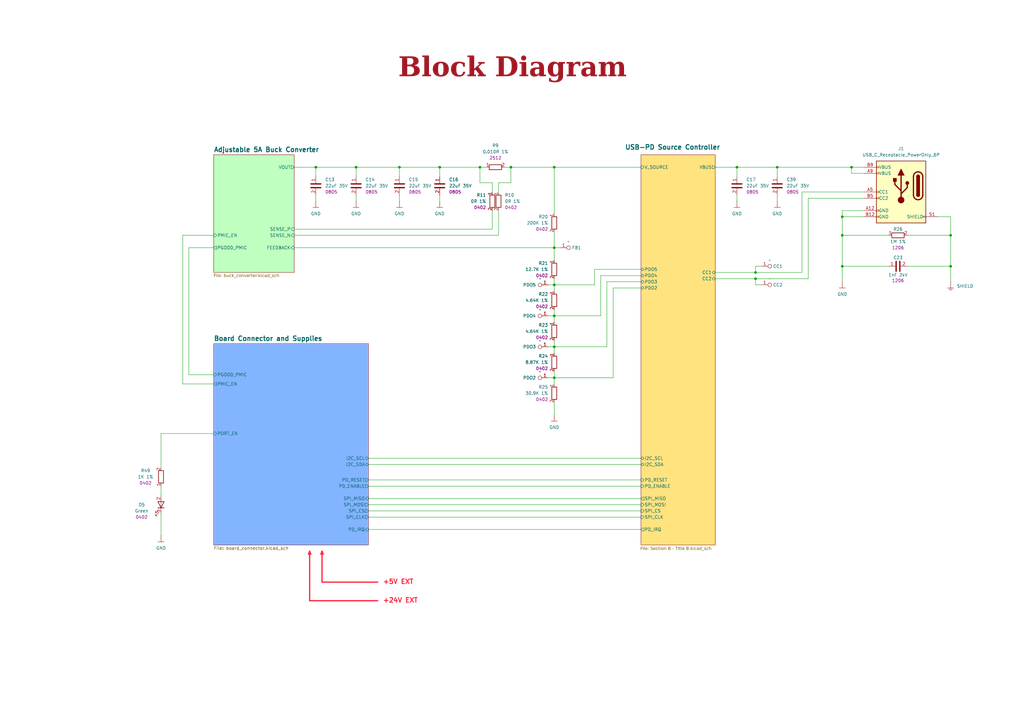
<source format=kicad_sch>
(kicad_sch (version 20250114) (generator "eeschema") (generator_version "9.0")
  (paper "A3")
  (title_block (title "Project Architecture") (date "2025-01-12") (rev "1.0.0") (company "DvidMakesThings"))
  (lib_symbols
    (symbol "DS_Capacitor_0805:22uF 35V 0805"
      (property "Reference" "C" (at 3.81 2.032 0))
      (property "Value" "22uF 35V" (at 3.81 0 0))
      (property "FOOTPRINT_SHORT" "0805" (at 3.81 -2.032 0))
      (symbol "22uF 35V 0805_0_1"
        (polyline (pts (xy -2.032 0.762) (xy 2.032 0.762)) (stroke (width 0.508)))
        (polyline (pts (xy -2.032 -0.762) (xy 2.032 -0.762)) (stroke (width 0.508)))
      )
      (symbol "22uF 35V 0805_1_1"
        (pin passive line (at 0 3.81 270) (length 2.794) (name "~") (number "1"))
        (pin passive line (at 0 -3.81 90) (length 2.794) (name "~") (number "2"))
      )
    )
    (symbol "DS_Capacitor_1206:1nF 2kV 1206"
      (property "Reference" "C" (at 3.81 2.032 0))
      (property "Value" "1nF 2kV" (at 3.81 0 0))
      (property "FOOTPRINT_SHORT" "1206" (at 3.81 -2.032 0))
      (symbol "1nF 2kV 1206_0_1"
        (polyline (pts (xy -2.032 0.762) (xy 2.032 0.762)) (stroke (width 0.508)))
        (polyline (pts (xy -2.032 -0.762) (xy 2.032 -0.762)) (stroke (width 0.508)))
      )
      (symbol "1nF 2kV 1206_1_1"
        (pin passive line (at 0 3.81 270) (length 2.794) (name "~") (number "1"))
        (pin passive line (at 0 -3.81 90) (length 2.794) (name "~") (number "2"))
      )
    )
    (symbol "DS_Connector:USB_C_Receptacle_PowerOnly_6P" (pin_names (offset 1.016))
      (property "Reference" "J" (at -7.62 15.24 0))
      (property "Value" "USB_C_Receptacle_PowerOnly_6P" (at 0.254 -14.224 0))
      (symbol "USB_C_Receptacle_PowerOnly_6P_0_0"
        (rectangle (start -10.16 -8.636) (end -9.144 -9.144))
        (rectangle (start 9.144 9.144) (end 10.16 8.636))
        (rectangle (start 9.144 -6.096) (end 10.16 -6.604))
        (rectangle (start 9.144 -8.636) (end 10.16 -9.144))
        (rectangle (start 10.16 11.684) (end 9.144 11.176))
        (rectangle (start 10.16 1.524) (end 9.144 1.016))
        (rectangle (start 10.16 -1.016) (end 9.144 -1.524))
      )
      (symbol "USB_C_Receptacle_PowerOnly_6P_0_1"
        (rectangle (start -10.16 13.97) (end 10.16 -11.43) (stroke (width 0.254)) (fill (type background)))
        (polyline (pts (xy -8.89 0) (xy -8.89 7.62)) (stroke (width 0.508)))
        (rectangle (start -7.62 0) (end -6.35 7.62) (stroke (width 0.254)) (fill (type outline)))
        (arc (start -7.62 7.62) (mid -6.985 8.2523) (end -6.35 7.62) (stroke (width 0.254)))
        (arc (start -7.62 7.62) (mid -6.985 8.2523) (end -6.35 7.62) (stroke (width 0.254)) (fill (type outline)))
        (arc (start -8.89 7.62) (mid -6.985 9.5167) (end -5.08 7.62) (stroke (width 0.508)))
        (arc (start -5.08 0) (mid -6.985 -1.8967) (end -8.89 0) (stroke (width 0.508)))
        (arc (start -6.35 0) (mid -6.985 -0.6323) (end -7.62 0) (stroke (width 0.254)))
        (arc (start -6.35 0) (mid -6.985 -0.6323) (end -7.62 0) (stroke (width 0.254)) (fill (type outline)))
        (polyline (pts (xy -5.08 7.62) (xy -5.08 0)) (stroke (width 0.508)))
        (circle (center -2.54 4.953) (radius 0.635) (stroke (width 0.254)) (fill (type outline)))
        (polyline (pts (xy -1.27 8.128) (xy 0 10.668) (xy 1.27 8.128) (xy -1.27 8.128)) (stroke (width 0.254)) (fill (type outline)))
        (polyline (pts (xy 0 1.778) (xy 2.54 4.318) (xy 2.54 5.588)) (stroke (width 0.508)))
        (polyline (pts (xy 0 0.508) (xy -2.54 3.048) (xy -2.54 4.318)) (stroke (width 0.508)))
        (polyline (pts (xy 0 -2.032) (xy 0 8.128)) (stroke (width 0.508)))
        (circle (center 0 -2.032) (radius 1.27) (fill (type outline)))
        (rectangle (start 1.905 5.588) (end 3.175 6.858) (stroke (width 0.254)) (fill (type outline)))
      )
      (symbol "USB_C_Receptacle_PowerOnly_6P_1_1"
        (pin passive line (at -15.24 -8.89 0) (length 5.08) (name "SHIELD") (number "S1"))
        (pin passive line (at 15.24 11.43 180) (length 5.08) (name "VBUS") (number "B9"))
        (pin passive line (at 15.24 8.89 180) (length 5.08) (name "VBUS") (number "A9"))
        (pin bidirectional line (at 15.24 1.27 180) (length 5.08) (name "CC1") (number "A5"))
        (pin bidirectional line (at 15.24 -1.27 180) (length 5.08) (name "CC2") (number "B5"))
        (pin passive line (at 15.24 -6.35 180) (length 5.08) (name "GND") (number "A12"))
        (pin passive line (at 15.24 -8.89 180) (length 5.08) (name "GND") (number "B12"))
      )
    )
    (symbol "DS_Opto:Green_0402"
      (property "Reference" "D" (at -1.27 5.08 0))
      (property "Value" "Green" (at -1.27 2.794 0))
      (property "Size" "0402" (at -1.016 -3.302 0))
      (symbol "Green_0402_0_1"
        (polyline (pts (xy -3.048 -0.762) (xy -4.572 -2.286) (xy -3.81 -2.286) (xy -4.572 -2.286) (xy -4.572 -1.524)))
        (polyline (pts (xy -1.778 -0.762) (xy -3.302 -2.286) (xy -2.54 -2.286) (xy -3.302 -2.286) (xy -3.302 -1.524)))
        (polyline (pts (xy -1.27 0) (xy 1.27 0)))
        (polyline (pts (xy -1.27 -1.27) (xy -1.27 1.27)) (stroke (width 0.254)))
        (polyline (pts (xy 1.27 -1.27) (xy 1.27 1.27) (xy -1.27 0) (xy 1.27 -1.27)) (stroke (width 0.254)))
      )
      (symbol "Green_0402_1_1"
        (pin passive line (at -3.81 0 0) (length 2.54) (name "") (number "1"))
        (pin passive line (at 3.81 0 180) (length 2.54) (name "") (number "2"))
      )
    )
    (symbol "DS_Resistor_0402:0R 1% 0402"
      (property "Reference" "R" (at 2.032 2.032 0))
      (property "Value" "0R 1%" (at 2.032 0 0))
      (property "FOOTPRINT_SHORT" "0402" (at 2.032 -2.032 0))
      (symbol "0R 1% 0402_0_1"
        (rectangle (start -1.016 2.54) (end 1.016 -2.54) (stroke (width 0.254)))
      )
      (symbol "0R 1% 0402_1_1"
        (pin passive line (at 0 3.81 270) (length 1.27) (name "~") (number "1"))
        (pin passive line (at 0 -3.81 90) (length 1.27) (name "~") (number "2"))
      )
    )
    (symbol "DS_Resistor_0402:12.7K 1% 0402"
      (property "Reference" "R" (at 2.032 2.032 0))
      (property "Value" "12.7K 1%" (at 2.032 0 0))
      (property "FOOTPRINT_SHORT" "0402" (at 2.032 -2.032 0))
      (symbol "12.7K 1% 0402_0_1"
        (rectangle (start -1.016 2.54) (end 1.016 -2.54) (stroke (width 0.254)))
      )
      (symbol "12.7K 1% 0402_1_1"
        (pin passive line (at 0 3.81 270) (length 1.27) (name "~") (number "1"))
        (pin passive line (at 0 -3.81 90) (length 1.27) (name "~") (number "2"))
      )
    )
    (symbol "DS_Resistor_0402:1K 1% 0402"
      (property "Reference" "R" (at 2.032 2.032 0))
      (property "Value" "1K 1%" (at 2.032 0 0))
      (property "FOOTPRINT_SHORT" "0402" (at 2.032 -2.032 0))
      (symbol "1K 1% 0402_0_1"
        (rectangle (start -1.016 2.54) (end 1.016 -2.54) (stroke (width 0.254)))
      )
      (symbol "1K 1% 0402_1_1"
        (pin passive line (at 0 3.81 270) (length 1.27) (name "~") (number "1"))
        (pin passive line (at 0 -3.81 90) (length 1.27) (name "~") (number "2"))
      )
    )
    (symbol "DS_Resistor_0402:200K 1% 0402"
      (property "Reference" "R" (at 2.032 2.032 0))
      (property "Value" "200K 1%" (at 2.032 0 0))
      (property "FOOTPRINT_SHORT" "0402" (at 2.032 -2.032 0))
      (symbol "200K 1% 0402_0_1"
        (rectangle (start -1.016 2.54) (end 1.016 -2.54) (stroke (width 0.254)))
      )
      (symbol "200K 1% 0402_1_1"
        (pin passive line (at 0 3.81 270) (length 1.27) (name "~") (number "1"))
        (pin passive line (at 0 -3.81 90) (length 1.27) (name "~") (number "2"))
      )
    )
    (symbol "DS_Resistor_0402:30.9K 1% 0402"
      (property "Reference" "R" (at 2.032 2.032 0))
      (property "Value" "30.9K 1%" (at 2.032 0 0))
      (property "FOOTPRINT_SHORT" "0402" (at 2.032 -2.032 0))
      (symbol "30.9K 1% 0402_0_1"
        (rectangle (start -1.016 2.54) (end 1.016 -2.54) (stroke (width 0.254)))
      )
      (symbol "30.9K 1% 0402_1_1"
        (pin passive line (at 0 3.81 270) (length 1.27) (name "~") (number "1"))
        (pin passive line (at 0 -3.81 90) (length 1.27) (name "~") (number "2"))
      )
    )
    (symbol "DS_Resistor_0402:4.64K 1% 0402"
      (property "Reference" "R" (at 2.032 2.032 0))
      (property "Value" "4.64K 1%" (at 2.032 0 0))
      (property "FOOTPRINT_SHORT" "0402" (at 2.032 -2.032 0))
      (symbol "4.64K 1% 0402_0_1"
        (rectangle (start -1.016 2.54) (end 1.016 -2.54) (stroke (width 0.254)))
      )
      (symbol "4.64K 1% 0402_1_1"
        (pin passive line (at 0 3.81 270) (length 1.27) (name "~") (number "1"))
        (pin passive line (at 0 -3.81 90) (length 1.27) (name "~") (number "2"))
      )
    )
    (symbol "DS_Resistor_0402:8.87K 1% 0402"
      (property "Reference" "R" (at 2.032 2.032 0))
      (property "Value" "8.87K 1%" (at 2.032 0 0))
      (property "FOOTPRINT_SHORT" "0402" (at 2.032 -2.032 0))
      (symbol "8.87K 1% 0402_0_1"
        (rectangle (start -1.016 2.54) (end 1.016 -2.54) (stroke (width 0.254)))
      )
      (symbol "8.87K 1% 0402_1_1"
        (pin passive line (at 0 3.81 270) (length 1.27) (name "~") (number "1"))
        (pin passive line (at 0 -3.81 90) (length 1.27) (name "~") (number "2"))
      )
    )
    (symbol "DS_Resistor_1206:1M 1% 1206"
      (property "Reference" "R" (at 2.032 2.032 0))
      (property "Value" "1M 1%" (at 2.032 0 0))
      (property "FOOTPRINT_SHORT" "1206" (at 2.032 -2.032 0))
      (symbol "1M 1% 1206_0_1"
        (rectangle (start -1.016 2.54) (end 1.016 -2.54) (stroke (width 0.254)))
      )
      (symbol "1M 1% 1206_1_1"
        (pin passive line (at 0 3.81 270) (length 1.27) (name "~") (number "1"))
        (pin passive line (at 0 -3.81 90) (length 1.27) (name "~") (number "2"))
      )
    )
    (symbol "DS_Resistor_2512:0.010R 1% 2512"
      (property "Reference" "R" (at 2.032 2.032 0))
      (property "Value" "0.010R 1%" (at 2.032 0 0))
      (property "FOOTPRINT_SHORT" "2512" (at 2.032 -2.032 0))
      (symbol "0.010R 1% 2512_0_1"
        (rectangle (start -1.016 2.54) (end 1.016 -2.54) (stroke (width 0.254)))
      )
      (symbol "0.010R 1% 2512_1_1"
        (pin passive line (at 0 3.81 270) (length 1.27) (name "~") (number "1"))
        (pin passive line (at 0 -3.81 90) (length 1.27) (name "~") (number "2"))
      )
    )
    (symbol "DS_Supply:GND" (power) (pin_numbers (hide yes)) (pin_names (offset 0) (hide yes))
      (property "Value" "GND" (at 0 -3.81 0))
      (symbol "GND_0_1"
        (polyline (pts (xy 0 0) (xy 0 -2.54) (xy 1.27 -2.54) (xy 0 -2.54) (xy -1.27 -2.54) (xy 0 -2.54)))
      )
      (symbol "GND_1_1"
        (pin power_in line (at 0 0 270) (length 0) (name "~") (number "1"))
      )
    )
    (symbol "DS_Supply:SHIELD" (power) (pin_numbers (hide yes)) (pin_names (offset 0) (hide yes)) (in_bom no) (on_board no)
      (property "Value" "SHIELD" (at 0 -4.064 0))
      (symbol "SHIELD_0_1"
        (polyline (pts (xy -0.762 -1.778) (xy 0.762 -1.778)))
        (polyline (pts (xy -0.254 -2.286) (xy 0.254 -2.286)))
        (polyline (pts (xy 0 1.27) (xy 0 -1.27)))
        (polyline (pts (xy 0 -1.27) (xy -1.27 -1.27)))
        (polyline (pts (xy 1.27 -1.27) (xy 0 -1.27)))
      )
      (symbol "SHIELD_1_1"
        (pin power_in line (at 0 1.27 270) (length 0) (name "~") (number "1"))
      )
    )
    (symbol "DS_Test:Test_Point"
      (property "Reference" "TP" (at 0 4.064 0))
      (symbol "Test_Point_0_1"
        (circle (center 0 2.032) (radius 0.762))
      )
      (symbol "Test_Point_1_1"
        (pin passive line (at 0 -1.27 90) (length 2.54) (name "") (number "1"))
      )
    )
  )
  (bezier (pts (xy 127 226.06) (xy 127 226.06) (xy 126.492 227.33) (xy 126.492 227.33)) (stroke (width 0.5) (color 255 33 55 1)))
  (bezier (pts (xy 132.08 226.06) (xy 132.08 226.06) (xy 131.572 227.33) (xy 131.572 227.33)) (stroke (width 0.5) (color 255 33 55 1)))
  (bezier (pts (xy 127 226.06) (xy 127 226.06) (xy 127.508 227.33) (xy 127.508 227.33)) (stroke (width 0.5) (color 255 33 55 1)))
  (bezier (pts (xy 132.08 226.06) (xy 132.08 226.06) (xy 132.588 227.33) (xy 132.588 227.33)) (stroke (width 0.5) (color 255 33 55 1)))
  (text "+5V EXT" (at 156.972 238.76 0) (effects (font (size 1.905 1.905) (thickness 0.381) (bold yes)) (justify left)))
  (text "+24V EXT" (at 156.972 246.38 0) (effects (font (size 1.905 1.905) (thickness 0.381) (bold yes)) (justify left)))
  (text_box "Block Diagram" (at 144.78 21.59 0) (size 130.81 12.7) (margins 5.9999 5.9999 5.9999 5.9999) (stroke (width -0.0001)) (effects (font (size 8 8) (thickness 1.2) (bold yes))))
  (junction (at 345.44 96.52))
  (junction (at 302.26 68.58))
  (junction (at 180.34 68.58))
  (junction (at 227.33 101.6))
  (junction (at 227.33 68.58))
  (junction (at 318.77 68.58))
  (junction (at 349.25 68.58))
  (junction (at 227.33 129.54))
  (junction (at 227.33 116.84))
  (junction (at 309.88 111.76))
  (junction (at 146.05 68.58))
  (junction (at 345.44 88.9))
  (junction (at 129.54 68.58))
  (junction (at 163.83 68.58))
  (junction (at 227.33 142.24))
  (junction (at 309.88 114.3))
  (junction (at 227.33 154.94))
  (junction (at 196.85 68.58))
  (junction (at 389.89 109.22))
  (junction (at 209.55 68.58))
  (junction (at 345.44 109.22))
  (junction (at 389.89 96.52))
  (wire (pts (xy 227.33 154.94) (xy 227.33 157.48)))
  (wire (pts (xy 262.89 113.03) (xy 246.38 113.03)))
  (wire (pts (xy 146.05 82.55) (xy 146.05 80.01)))
  (wire (pts (xy 87.63 101.6) (xy 77.47 101.6)))
  (wire (pts (xy 312.42 109.22) (xy 309.88 109.22)))
  (wire (pts (xy 248.92 115.57) (xy 248.92 142.24)))
  (wire (pts (xy 151.13 209.55) (xy 262.89 209.55)))
  (wire (pts (xy 227.33 114.3) (xy 227.33 116.84)))
  (wire (pts (xy 204.47 74.93) (xy 204.47 78.74)))
  (wire (pts (xy 180.34 82.55) (xy 180.34 80.01)))
  (wire (pts (xy 293.37 111.76) (xy 309.88 111.76)))
  (wire (pts (xy 151.13 187.96) (xy 262.89 187.96)))
  (wire (pts (xy 331.47 114.3) (xy 331.47 81.28)))
  (wire (pts (xy 312.42 116.84) (xy 309.88 116.84)))
  (wire (pts (xy 384.81 88.9) (xy 389.89 88.9)))
  (wire (pts (xy 302.26 68.58) (xy 302.26 72.39)))
  (wire (pts (xy 180.34 68.58) (xy 180.34 72.39)))
  (wire (pts (xy 227.33 101.6) (xy 229.87 101.6)))
  (wire (pts (xy 345.44 88.9) (xy 354.33 88.9)))
  (wire (pts (xy 349.25 71.12) (xy 349.25 68.58)))
  (wire (pts (xy 227.33 101.6) (xy 227.33 106.68)))
  (wire (pts (xy 251.46 118.11) (xy 251.46 154.94)))
  (wire (pts (xy 204.47 74.93) (xy 209.55 74.93)))
  (wire (pts (xy 318.77 68.58) (xy 318.77 72.39)))
  (wire (pts (xy 345.44 96.52) (xy 364.49 96.52)))
  (wire (pts (xy 151.13 204.47) (xy 262.89 204.47)))
  (wire (pts (xy 163.83 82.55) (xy 163.83 80.01)))
  (wire (pts (xy 309.88 114.3) (xy 331.47 114.3)))
  (wire (pts (xy 196.85 68.58) (xy 199.39 68.58)))
  (wire (pts (xy 129.54 82.55) (xy 129.54 80.01)))
  (wire (pts (xy 224.79 129.54) (xy 227.33 129.54)))
  (wire (pts (xy 345.44 86.36) (xy 345.44 88.9)))
  (wire (pts (xy 224.79 142.24) (xy 227.33 142.24)))
  (wire (pts (xy 251.46 154.94) (xy 227.33 154.94)))
  (polyline (pts (xy 154.94 238.76) (xy 132.08 238.76)) (stroke (width 0.5) (color 255 33 55 1)))
  (wire (pts (xy 262.89 115.57) (xy 248.92 115.57)))
  (wire (pts (xy 201.93 74.93) (xy 201.93 78.74)))
  (wire (pts (xy 66.04 191.77) (xy 66.04 177.8)))
  (wire (pts (xy 302.26 68.58) (xy 318.77 68.58)))
  (wire (pts (xy 201.93 74.93) (xy 196.85 74.93)))
  (wire (pts (xy 66.04 210.82) (xy 66.04 219.71)))
  (wire (pts (xy 196.85 74.93) (xy 196.85 68.58)))
  (wire (pts (xy 309.88 109.22) (xy 309.88 111.76)))
  (wire (pts (xy 345.44 109.22) (xy 345.44 115.57)))
  (wire (pts (xy 120.65 93.98) (xy 201.93 93.98)))
  (wire (pts (xy 354.33 71.12) (xy 349.25 71.12)))
  (wire (pts (xy 372.11 96.52) (xy 389.89 96.52)))
  (wire (pts (xy 227.33 142.24) (xy 227.33 144.78)))
  (wire (pts (xy 224.79 116.84) (xy 227.33 116.84)))
  (wire (pts (xy 151.13 217.17) (xy 262.89 217.17)))
  (wire (pts (xy 224.79 154.94) (xy 227.33 154.94)))
  (wire (pts (xy 345.44 96.52) (xy 345.44 109.22)))
  (wire (pts (xy 243.84 116.84) (xy 227.33 116.84)))
  (wire (pts (xy 248.92 142.24) (xy 227.33 142.24)))
  (wire (pts (xy 227.33 68.58) (xy 227.33 87.63)))
  (wire (pts (xy 129.54 68.58) (xy 129.54 72.39)))
  (wire (pts (xy 201.93 86.36) (xy 201.93 93.98)))
  (wire (pts (xy 227.33 95.25) (xy 227.33 101.6)))
  (wire (pts (xy 227.33 127) (xy 227.33 129.54)))
  (wire (pts (xy 151.13 199.39) (xy 262.89 199.39)))
  (wire (pts (xy 293.37 114.3) (xy 309.88 114.3)))
  (wire (pts (xy 243.84 110.49) (xy 243.84 116.84)))
  (wire (pts (xy 74.93 157.48) (xy 74.93 96.52)))
  (wire (pts (xy 227.33 152.4) (xy 227.33 154.94)))
  (wire (pts (xy 309.88 116.84) (xy 309.88 114.3)))
  (wire (pts (xy 163.83 68.58) (xy 163.83 72.39)))
  (wire (pts (xy 262.89 110.49) (xy 243.84 110.49)))
  (wire (pts (xy 120.65 68.58) (xy 129.54 68.58)))
  (wire (pts (xy 146.05 68.58) (xy 163.83 68.58)))
  (wire (pts (xy 77.47 101.6) (xy 77.47 153.67)))
  (wire (pts (xy 349.25 68.58) (xy 354.33 68.58)))
  (wire (pts (xy 151.13 196.85) (xy 262.89 196.85)))
  (wire (pts (xy 309.88 111.76) (xy 328.93 111.76)))
  (wire (pts (xy 345.44 88.9) (xy 345.44 96.52)))
  (polyline (pts (xy 132.08 226.06) (xy 132.08 238.76)) (stroke (width 0.5) (color 255 33 55 1)))
  (wire (pts (xy 120.65 96.52) (xy 204.47 96.52)))
  (wire (pts (xy 227.33 129.54) (xy 227.33 132.08)))
  (wire (pts (xy 246.38 129.54) (xy 227.33 129.54)))
  (wire (pts (xy 364.49 109.22) (xy 345.44 109.22)))
  (wire (pts (xy 146.05 68.58) (xy 146.05 72.39)))
  (polyline (pts (xy 154.94 246.38) (xy 127 246.38)) (stroke (width 0.5) (color 255 33 55 1)))
  (wire (pts (xy 302.26 82.55) (xy 302.26 80.01)))
  (wire (pts (xy 354.33 86.36) (xy 345.44 86.36)))
  (wire (pts (xy 151.13 212.09) (xy 262.89 212.09)))
  (wire (pts (xy 227.33 139.7) (xy 227.33 142.24)))
  (wire (pts (xy 209.55 74.93) (xy 209.55 68.58)))
  (wire (pts (xy 66.04 199.39) (xy 66.04 203.2)))
  (wire (pts (xy 389.89 109.22) (xy 389.89 115.57)))
  (wire (pts (xy 74.93 96.52) (xy 87.63 96.52)))
  (wire (pts (xy 151.13 190.5) (xy 262.89 190.5)))
  (wire (pts (xy 209.55 68.58) (xy 227.33 68.58)))
  (wire (pts (xy 372.11 109.22) (xy 389.89 109.22)))
  (wire (pts (xy 87.63 157.48) (xy 74.93 157.48)))
  (wire (pts (xy 262.89 118.11) (xy 251.46 118.11)))
  (wire (pts (xy 180.34 68.58) (xy 196.85 68.58)))
  (wire (pts (xy 293.37 68.58) (xy 302.26 68.58)))
  (wire (pts (xy 331.47 81.28) (xy 354.33 81.28)))
  (wire (pts (xy 129.54 68.58) (xy 146.05 68.58)))
  (wire (pts (xy 227.33 68.58) (xy 262.89 68.58)))
  (wire (pts (xy 77.47 153.67) (xy 87.63 153.67)))
  (wire (pts (xy 328.93 78.74) (xy 354.33 78.74)))
  (wire (pts (xy 389.89 88.9) (xy 389.89 96.52)))
  (wire (pts (xy 389.89 96.52) (xy 389.89 109.22)))
  (wire (pts (xy 318.77 82.55) (xy 318.77 80.01)))
  (wire (pts (xy 227.33 116.84) (xy 227.33 119.38)))
  (wire (pts (xy 207.01 68.58) (xy 209.55 68.58)))
  (wire (pts (xy 66.04 177.8) (xy 87.63 177.8)))
  (wire (pts (xy 328.93 111.76) (xy 328.93 78.74)))
  (polyline (pts (xy 127 226.06) (xy 127 246.38)) (stroke (width 0.5) (color 255 33 55 1)))
  (wire (pts (xy 318.77 68.58) (xy 349.25 68.58)))
  (wire (pts (xy 246.38 113.03) (xy 246.38 129.54)))
  (wire (pts (xy 163.83 68.58) (xy 180.34 68.58)))
  (wire (pts (xy 204.47 86.36) (xy 204.47 96.52)))
  (wire (pts (xy 120.65 101.6) (xy 227.33 101.6)))
  (wire (pts (xy 151.13 207.01) (xy 262.89 207.01)))
  (wire (pts (xy 227.33 165.1) (xy 227.33 170.18)))
  (symbol (lib_id "DS_Resistor_0402:30.9K 1% 0402") (at 227.33 161.29 0) (unit 1)
    (property "Reference" "R25" (at 224.79 158.7499 0) (effects (justify right)))
    (property "Value" "30.9K 1%" (at 224.79 161.2899 0) (effects (justify right)))
    (property "Footprint" "Resistor_SMD:R_0402_1005Metric" (effects (hide yes)))
    (property "Description" "62.5mW Thick Film Resistors 50V ±100ppm/℃ ±1% 30.9kΩ 0402 Chip Resistor - Surface Mount ROHS" (effects (hide yes)))
    (property "LCSC_PART" "C270615" (effects (hide yes)))
    (property "ROHS" "YES" (effects (hide yes)))
    (property "FOOTPRINT_SHORT" "0402" (at 224.79 163.8299 0) (effects (justify right)))
  )
  (symbol (lib_id "DS_Supply:SHIELD") (at 389.89 116.84 0) (unit 1) (in_bom no) (on_board no)
    (property "Reference" "#SHIELD1" (effects (hide yes)))
    (property "Value" "SHIELD" (at 392.43 117.3479 0) (effects (justify left)))
    (property "Description" "Power symbol creates a global label with name \"SHIELD\"" (effects (hide yes)))
  )
  (symbol (lib_id "DS_Supply:GND") (at 66.04 219.71 0) (unit 1)
    (property "Reference" "#PWR091" (effects (hide yes)))
    (property "Value" "GND" (at 66.04 224.79 0))
    (property "Description" "Power symbol creates a global label with name \"GND\" , ground" (effects (hide yes)))
  )
  (symbol (lib_id "DS_Capacitor_0805:22uF 35V 0805") (at 302.26 76.2 0) (unit 1)
    (property "Reference" "C17" (at 306.07 73.6599 0) (effects (justify left)))
    (property "Value" "22uF 35V" (at 306.07 76.1999 0) (effects (justify left)))
    (property "Footprint" "Capacitor_SMD:C_0805_2012Metric" (effects (hide yes)))
    (property "Datasheet" "javascript:void(0);" (effects (hide yes)))
    (property "Description" "22uF 35V X5R ±20% 0805 Multilayer Ceramic Capacitors MLCC - SMD/SMT ROHS" (effects (hide yes)))
    (property "FOOTPRINT_SHORT" "0805" (at 306.07 78.7399 0) (effects (justify left)))
    (property "ROHS" "YES" (effects (hide yes)))
    (property "LCSC_PART" "C6119901" (effects (hide yes)))
    (property "MFR" "HRE" (effects (hide yes)))
    (property "MPN" "CGA0805X5R226M350MT" (effects (hide yes)))
  )
  (symbol (lib_id "DS_Test:Test_Point") (at 223.52 129.54 90) (unit 1)
    (property "Reference" "PDO4" (at 217.17 129.54 90))
    (property "Value" "~" (at 221.488 127 90))
    (property "Footprint" "DS_Test:TestPoint_0.6mm" (effects (hide yes)))
  )
  (symbol (lib_id "DS_Connector:USB_C_Receptacle_PowerOnly_6P") (at 369.57 80.01 0) (mirror y) (unit 1)
    (property "Reference" "J1" (at 369.57 60.96 0))
    (property "Value" "USB_C_Receptacle_PowerOnly_6P" (at 369.57 63.5 0))
    (property "Footprint" "DS_Connector:USB_C_Receptacle_GCT_USB4125-xx-x-0190_6P_TopMnt_Horizontal" (effects (hide yes)))
    (property "Datasheet" "https://jlcpcb.com/api/file/downloadByFileSystemAccessId/8589041795833061376" (effects (hide yes)))
    (property "Description" "USB Power-Only 6P Type-C Receptacle connector" (effects (hide yes)))
    (property "ROHS" "YES" (effects (hide yes)))
    (property "LCSC_PART" "C2927029" (effects (hide yes)))
    (property "MPN" "USB-TYPE-C-009" (effects (hide yes)))
    (property "MFR" "DEALON" (effects (hide yes)))
  )
  (symbol (lib_id "DS_Resistor_0402:1K 1% 0402") (at 66.04 195.58 0) (mirror x) (unit 1)
    (property "Reference" "R49" (at 59.69 193.04 0))
    (property "Value" "1K 1%" (at 59.69 195.58 0))
    (property "Footprint" "Resistor_SMD:R_0402_1005Metric" (effects (hide yes)))
    (property "Description" "62.5mW Thick Film Resistors 50V ±100ppm/℃ ±1% 1kΩ 0402 Chip Resistor - Surface Mount ROHS" (effects (hide yes)))
    (property "LCSC_PART" "C11702" (effects (hide yes)))
    (property "ROHS" "YES" (effects (hide yes)))
    (property "FOOTPRINT_SHORT" "0402" (at 59.69 198.12 0))
    (property "MFR" "FH" (effects (hide yes)))
  )
  (symbol (lib_id "DS_Resistor_0402:4.64K 1% 0402") (at 227.33 123.19 0) (mirror y) (unit 1)
    (property "Reference" "R22" (at 224.79 120.6499 0) (effects (justify left)))
    (property "Value" "4.64K 1%" (at 224.79 123.1899 0) (effects (justify left)))
    (property "Footprint" "Resistor_SMD:R_0402_1005Metric" (effects (hide yes)))
    (property "Datasheet" "https://jlcpcb.com/api/file/downloadByFileSystemAccessId/8590364792554237952" (effects (hide yes)))
    (property "Description" "-55°C~+155°C 4.64kΩ 50V 62.5mW Thick Film Resistor ±1% ±100ppm/°C 0402 Chip Resistor - Surface Mount ROHS" (effects (hide yes)))
    (property "LCSC_PART" "C5153956" (effects (hide yes)))
    (property "ROHS" "YES" (effects (hide yes)))
    (property "FOOTPRINT_SHORT" "0402" (at 224.79 125.7299 0) (effects (justify left)))
    (property "MFR" "FOJAN" (effects (hide yes)))
    (property "MPN" "FRC0402F4641TS" (effects (hide yes)))
  )
  (symbol (lib_id "DS_Resistor_0402:0R 1% 0402") (at 201.93 82.55 0) (mirror y) (unit 1)
    (property "Reference" "R11" (at 199.39 80.0099 0) (effects (justify left)))
    (property "Value" "0R 1%" (at 199.39 82.5499 0) (effects (justify left)))
    (property "Footprint" "Resistor_SMD:R_0402_1005Metric" (effects (hide yes)))
    (property "Description" "62.5mW Thick Film Resistors 50V ±800ppm/℃ ±1% 0Ω 0402 Chip Resistor - Surface Mount ROHS" (effects (hide yes)))
    (property "LCSC_PART" "C17168" (effects (hide yes)))
    (property "ROHS" "YES" (effects (hide yes)))
    (property "FOOTPRINT_SHORT" "0402" (at 199.39 85.0899 0) (effects (justify left)))
    (property "MFR" "YAGEO" (effects (hide yes)))
  )
  (symbol (lib_id "DS_Test:Test_Point") (at 223.52 142.24 90) (unit 1)
    (property "Reference" "PDO3" (at 217.17 142.24 90))
    (property "Value" "~" (at 221.488 139.7 90))
    (property "Footprint" "DS_Test:TestPoint_0.6mm" (effects (hide yes)))
  )
  (symbol (lib_id "DS_Resistor_0402:12.7K 1% 0402") (at 227.33 110.49 0) (mirror y) (unit 1)
    (property "Reference" "R21" (at 224.79 107.9499 0) (effects (justify left)))
    (property "Value" "12.7K 1%" (at 224.79 110.4899 0) (effects (justify left)))
    (property "Footprint" "Resistor_SMD:R_0402_1005Metric" (effects (hide yes)))
    (property "Description" "62.5mW Thick Film Resistors 50V ±100ppm/℃ ±1% 12.7kΩ 0402 Chip Resistor - Surface Mount ROHS" (effects (hide yes)))
    (property "LCSC_PART" "C25853" (effects (hide yes)))
    (property "ROHS" "YES" (effects (hide yes)))
    (property "FOOTPRINT_SHORT" "0402" (at 224.79 113.0299 0) (effects (justify left)))
    (property "MFR" "Yageo" (effects (hide yes)))
  )
  (symbol (lib_id "DS_Supply:GND") (at 163.83 82.55 0) (unit 1)
    (property "Reference" "#PWR21" (effects (hide yes)))
    (property "Value" "GND" (at 163.83 87.63 0))
    (property "Description" "Power symbol creates a global label with name \"GND\" , ground" (effects (hide yes)))
  )
  (symbol (lib_id "DS_Supply:GND") (at 129.54 82.55 0) (unit 1)
    (property "Reference" "#PWR19" (effects (hide yes)))
    (property "Value" "GND" (at 129.54 87.63 0))
    (property "Description" "Power symbol creates a global label with name \"GND\" , ground" (effects (hide yes)))
  )
  (symbol (lib_id "DS_Capacitor_1206:1nF 2kV 1206") (at 368.3 109.22 90) (unit 1)
    (property "Reference" "C23" (at 368.3 105.664 90))
    (property "Value" "1nF 2kV" (at 368.3 112.776 90))
    (property "Footprint" "Capacitor_SMD:C_1206_3216Metric" (effects (hide yes)))
    (property "Description" "Chip Capacitor (MLCC) 1206 1nF ±10% 2KV X7R" (effects (hide yes)))
    (property "FOOTPRINT_SHORT" "1206" (at 368.3 115.062 90))
    (property "ROHS" "YES" (effects (hide yes)))
    (property "LCSC_PART" "C173242" (effects (hide yes)))
    (property "MFR" "Johanson Dielectrics " (effects (hide yes)))
  )
  (symbol (lib_id "DS_Resistor_0402:200K 1% 0402") (at 227.33 91.44 0) (unit 1)
    (property "Reference" "R20" (at 224.79 88.8999 0) (effects (justify right)))
    (property "Value" "200K 1%" (at 224.79 91.4399 0) (effects (justify right)))
    (property "Footprint" "Resistor_SMD:R_0402_1005Metric" (effects (hide yes)))
    (property "Description" "62.5mW Thick Film Resistors 50V ±100ppm/℃ ±1% 200kΩ 0402 Chip Resistor - Surface Mount ROHS" (effects (hide yes)))
    (property "LCSC_PART" "C25764" (effects (hide yes)))
    (property "ROHS" "YES" (effects (hide yes)))
    (property "FOOTPRINT_SHORT" "0402" (at 224.79 93.9799 0) (effects (justify right)))
  )
  (symbol (lib_id "DS_Capacitor_0805:22uF 35V 0805") (at 129.54 76.2 0) (unit 1)
    (property "Reference" "C13" (at 133.35 73.6599 0) (effects (justify left)))
    (property "Value" "22uF 35V" (at 133.35 76.1999 0) (effects (justify left)))
    (property "Footprint" "Capacitor_SMD:C_0805_2012Metric" (effects (hide yes)))
    (property "Datasheet" "javascript:void(0);" (effects (hide yes)))
    (property "Description" "22uF 35V X5R ±20% 0805 Multilayer Ceramic Capacitors MLCC - SMD/SMT ROHS" (effects (hide yes)))
    (property "FOOTPRINT_SHORT" "0805" (at 133.35 78.7399 0) (effects (justify left)))
    (property "ROHS" "YES" (effects (hide yes)))
    (property "LCSC_PART" "C6119901" (effects (hide yes)))
    (property "MFR" "HRE" (effects (hide yes)))
    (property "MPN" "CGA0805X5R226M350MT" (effects (hide yes)))
  )
  (symbol (lib_id "DS_Test:Test_Point") (at 223.52 154.94 90) (unit 1)
    (property "Reference" "PDO2" (at 217.17 154.94 90))
    (property "Value" "~" (at 221.488 152.4 90))
    (property "Footprint" "DS_Test:TestPoint_0.6mm" (effects (hide yes)))
  )
  (symbol (lib_id "DS_Test:Test_Point") (at 313.69 116.84 270) (mirror x) (unit 1)
    (property "Reference" "CC2" (at 319.024 116.84 90))
    (property "Value" "~" (at 315.722 114.3 90))
    (property "Footprint" "DS_Test:TestPoint_0.6mm" (effects (hide yes)))
  )
  (symbol (lib_id "DS_Resistor_1206:1M 1% 1206") (at 368.3 96.52 90) (unit 1)
    (property "Reference" "R26" (at 368.3 93.98 90))
    (property "Value" "1M 1%" (at 368.3 99.06 90))
    (property "Footprint" "Resistor_SMD:R_1206_3216Metric" (effects (hide yes)))
    (property "Description" "250mW Thick Film Resistors 200V ±100ppm/℃ ±1% 1MΩ 1206 Chip Resistor - Surface Mount ROHS" (effects (hide yes)))
    (property "LCSC_PART" "C17927" (effects (hide yes)))
    (property "ROHS" "YES" (effects (hide yes)))
    (property "FOOTPRINT_SHORT" "1206" (at 368.3 101.6 90))
    (property "MFR" "Uniohm" (effects (hide yes)))
  )
  (symbol (lib_id "DS_Supply:GND") (at 302.26 82.55 0) (unit 1)
    (property "Reference" "#PWR18" (effects (hide yes)))
    (property "Value" "GND" (at 302.26 87.63 0))
    (property "Description" "Power symbol creates a global label with name \"GND\" , ground" (effects (hide yes)))
  )
  (symbol (lib_id "DS_Supply:GND") (at 180.34 82.55 0) (unit 1)
    (property "Reference" "#PWR22" (effects (hide yes)))
    (property "Value" "GND" (at 180.34 87.63 0))
    (property "Description" "Power symbol creates a global label with name \"GND\" , ground" (effects (hide yes)))
  )
  (symbol (lib_id "DS_Capacitor_0805:22uF 35V 0805") (at 318.77 76.2 0) (unit 1)
    (property "Reference" "C39" (at 322.58 73.6599 0) (effects (justify left)))
    (property "Value" "22uF 35V" (at 322.58 76.1999 0) (effects (justify left)))
    (property "Footprint" "Capacitor_SMD:C_0805_2012Metric" (effects (hide yes)))
    (property "Datasheet" "javascript:void(0);" (effects (hide yes)))
    (property "Description" "22uF 35V X5R ±20% 0805 Multilayer Ceramic Capacitors MLCC - SMD/SMT ROHS" (effects (hide yes)))
    (property "FOOTPRINT_SHORT" "0805" (at 322.58 78.7399 0) (effects (justify left)))
    (property "ROHS" "YES" (effects (hide yes)))
    (property "LCSC_PART" "C6119901" (effects (hide yes)))
    (property "MFR" "HRE" (effects (hide yes)))
    (property "MPN" "CGA0805X5R226M350MT" (effects (hide yes)))
  )
  (symbol (lib_id "DS_Resistor_0402:0R 1% 0402") (at 204.47 82.55 0) (unit 1)
    (property "Reference" "R10" (at 207.01 80.0099 0) (effects (justify left)))
    (property "Value" "0R 1%" (at 207.01 82.5499 0) (effects (justify left)))
    (property "Footprint" "Resistor_SMD:R_0402_1005Metric" (effects (hide yes)))
    (property "Description" "62.5mW Thick Film Resistors 50V ±800ppm/℃ ±1% 0Ω 0402 Chip Resistor - Surface Mount ROHS" (effects (hide yes)))
    (property "LCSC_PART" "C17168" (effects (hide yes)))
    (property "ROHS" "YES" (effects (hide yes)))
    (property "FOOTPRINT_SHORT" "0402" (at 207.01 85.0899 0) (effects (justify left)))
    (property "MFR" "YAGEO" (effects (hide yes)))
  )
  (symbol (lib_id "DS_Supply:GND") (at 318.77 82.55 0) (unit 1)
    (property "Reference" "#PWR087" (effects (hide yes)))
    (property "Value" "GND" (at 318.77 87.63 0))
    (property "Description" "Power symbol creates a global label with name \"GND\" , ground" (effects (hide yes)))
  )
  (symbol (lib_id "DS_Test:Test_Point") (at 223.52 116.84 90) (unit 1)
    (property "Reference" "PDO5" (at 217.17 116.84 90))
    (property "Value" "~" (at 221.488 114.3 90))
    (property "Footprint" "DS_Test:TestPoint_0.6mm" (effects (hide yes)))
  )
  (symbol (lib_id "DS_Capacitor_0805:22uF 35V 0805") (at 163.83 76.2 0) (unit 1)
    (property "Reference" "C15" (at 167.64 73.6599 0) (effects (justify left)))
    (property "Value" "22uF 35V" (at 167.64 76.1999 0) (effects (justify left)))
    (property "Footprint" "Capacitor_SMD:C_0805_2012Metric" (effects (hide yes)))
    (property "Datasheet" "javascript:void(0);" (effects (hide yes)))
    (property "Description" "22uF 35V X5R ±20% 0805 Multilayer Ceramic Capacitors MLCC - SMD/SMT ROHS" (effects (hide yes)))
    (property "FOOTPRINT_SHORT" "0805" (at 167.64 78.7399 0) (effects (justify left)))
    (property "ROHS" "YES" (effects (hide yes)))
    (property "LCSC_PART" "C6119901" (effects (hide yes)))
    (property "MFR" "HRE" (effects (hide yes)))
    (property "MPN" "CGA0805X5R226M350MT" (effects (hide yes)))
  )
  (symbol (lib_id "DS_Test:Test_Point") (at 231.14 101.6 270) (mirror x) (unit 1)
    (property "Reference" "FB1" (at 236.474 101.6 90))
    (property "Value" "~" (at 233.172 99.06 90))
    (property "Footprint" "DS_Test:TestPoint_0.6mm" (effects (hide yes)))
  )
  (symbol (lib_id "DS_Resistor_0402:8.87K 1% 0402") (at 227.33 148.59 0) (mirror y) (unit 1)
    (property "Reference" "R24" (at 224.79 146.0499 0) (effects (justify left)))
    (property "Value" "8.87K 1%" (at 224.79 148.5899 0) (effects (justify left)))
    (property "Footprint" "Resistor_SMD:R_0402_1005Metric" (effects (hide yes)))
    (property "Datasheet" "https://www.lcsc.com/datasheet/lcsc_datasheet_2504211840_CHANGLONG-CL0402FN8K87P_C48391747.pdf" (effects (hide yes)))
    (property "Description" "-55°C~+70°C 50V 62.5mW 8.87kΩ Thick Film Resistor ±1% ±200ppm/°C 0402 Chip Resistor - Surface Mount ROHS" (effects (hide yes)))
    (property "LCSC_PART" "C48391747" (effects (hide yes)))
    (property "ROHS" "YES" (effects (hide yes)))
    (property "FOOTPRINT_SHORT" "0402" (at 224.79 151.1299 0) (effects (justify left)))
    (property "MFR" "CHANGLONG" (effects (hide yes)))
    (property "MPN" "CL0402FN8K87P" (effects (hide yes)))
  )
  (symbol (lib_id "DS_Opto:Green_0402") (at 66.04 207.01 270) (mirror x) (unit 1)
    (property "Reference" "D5" (at 58.1025 207.01 90))
    (property "Value" "Green" (at 58.1025 209.55 90))
    (property "Footprint" "LED_SMD:LED_0402_1005Metric" (effects (hide yes)))
    (property "Datasheet" "https://jlcpcb.com/api/file/downloadByFileSystemAccessId/8588919245081731072" (effects (hide yes)))
    (property "Description" "-40℃~+85℃ 120° 249mcd 25mA 3V 516nm~531nm 531nm 80mW Emerald Green Top-mount Water Clear 0402 LED Indication - Discrete ROHS" (effects (hide yes)))
    (property "MPN" "XL-1005UGC" (effects (hide yes)))
    (property "MFR" "XINGLIGHT" (effects (hide yes)))
    (property "LCSC_PART" "C965793" (effects (hide yes)))
    (property "ROHS" "YES" (effects (hide yes)))
    (property "Size" "0402" (at 58.1025 212.09 90))
  )
  (symbol (lib_id "DS_Resistor_2512:0.010R 1% 2512") (at 203.2 68.58 90) (unit 1)
    (property "Reference" "R9" (at 203.2 59.69 90))
    (property "Value" "0.010R 1%" (at 203.2 62.23 90))
    (property "Footprint" "Resistor_SMD:R_2512_6332Metric" (effects (hide yes)))
    (property "Description" "-55℃~+155℃ 10mΩ 1W 200V Thick Film Resistor ±1% ±1500ppm/℃ 2512 Chip Resistor - Surface Mount ROHS" (effects (hide yes)))
    (property "LCSC_PART" "C127692" (effects (hide yes)))
    (property "ROHS" "YES" (effects (hide yes)))
    (property "FOOTPRINT_SHORT" "2512" (at 203.2 64.77 90))
    (property "MFR" " UNI-ROYAL" (effects (hide yes)))
  )
  (symbol (lib_id "DS_Capacitor_0805:22uF 35V 0805") (at 146.05 76.2 0) (unit 1)
    (property "Reference" "C14" (at 149.86 73.6599 0) (effects (justify left)))
    (property "Value" "22uF 35V" (at 149.86 76.1999 0) (effects (justify left)))
    (property "Footprint" "Capacitor_SMD:C_0805_2012Metric" (effects (hide yes)))
    (property "Datasheet" "javascript:void(0);" (effects (hide yes)))
    (property "Description" "22uF 35V X5R ±20% 0805 Multilayer Ceramic Capacitors MLCC - SMD/SMT ROHS" (effects (hide yes)))
    (property "FOOTPRINT_SHORT" "0805" (at 149.86 78.7399 0) (effects (justify left)))
    (property "ROHS" "YES" (effects (hide yes)))
    (property "LCSC_PART" "C6119901" (effects (hide yes)))
    (property "MFR" "HRE" (effects (hide yes)))
    (property "MPN" "CGA0805X5R226M350MT" (effects (hide yes)))
  )
  (symbol (lib_id "DS_Test:Test_Point") (at 313.69 109.22 270) (mirror x) (unit 1)
    (property "Reference" "CC1" (at 319.024 109.22 90))
    (property "Value" "~" (at 315.722 106.68 90))
    (property "Footprint" "DS_Test:TestPoint_0.6mm" (effects (hide yes)))
  )
  (symbol (lib_id "DS_Capacitor_0805:22uF 35V 0805") (at 180.34 76.2 0) (unit 1)
    (property "Reference" "C16" (at 184.15 73.6599 0) (effects (justify left)))
    (property "Value" "22uF 35V" (at 184.15 76.1999 0) (effects (justify left)))
    (property "Footprint" "Capacitor_SMD:C_0805_2012Metric" (effects (hide yes)))
    (property "Datasheet" "javascript:void(0);" (effects (hide yes)))
    (property "Description" "22uF 35V X5R ±20% 0805 Multilayer Ceramic Capacitors MLCC - SMD/SMT ROHS" (effects (hide yes)))
    (property "FOOTPRINT_SHORT" "0805" (at 184.15 78.7399 0) (effects (justify left)))
    (property "ROHS" "YES" (effects (hide yes)))
    (property "LCSC_PART" "C6119901" (effects (hide yes)))
    (property "MFR" "HRE" (effects (hide yes)))
    (property "MPN" "CGA0805X5R226M350MT" (effects (hide yes)))
  )
  (symbol (lib_id "DS_Supply:GND") (at 146.05 82.55 0) (unit 1)
    (property "Reference" "#PWR20" (effects (hide yes)))
    (property "Value" "GND" (at 146.05 87.63 0))
    (property "Description" "Power symbol creates a global label with name \"GND\" , ground" (effects (hide yes)))
  )
  (symbol (lib_id "DS_Resistor_0402:4.64K 1% 0402") (at 227.33 135.89 0) (mirror y) (unit 1)
    (property "Reference" "R23" (at 224.79 133.3499 0) (effects (justify left)))
    (property "Value" "4.64K 1%" (at 224.79 135.8899 0) (effects (justify left)))
    (property "Footprint" "Resistor_SMD:R_0402_1005Metric" (effects (hide yes)))
    (property "Datasheet" "https://jlcpcb.com/api/file/downloadByFileSystemAccessId/8590364792554237952" (effects (hide yes)))
    (property "Description" "-55°C~+155°C 4.64kΩ 50V 62.5mW Thick Film Resistor ±1% ±100ppm/°C 0402 Chip Resistor - Surface Mount ROHS" (effects (hide yes)))
    (property "LCSC_PART" "C5153956" (effects (hide yes)))
    (property "ROHS" "YES" (effects (hide yes)))
    (property "FOOTPRINT_SHORT" "0402" (at 224.79 138.4299 0) (effects (justify left)))
    (property "MFR" "FOJAN" (effects (hide yes)))
    (property "MPN" "FRC0402F4641TS" (effects (hide yes)))
  )
  (symbol (lib_id "DS_Supply:GND") (at 345.44 115.57 0) (unit 1)
    (property "Reference" "#PWR40" (effects (hide yes)))
    (property "Value" "GND" (at 345.44 120.65 0))
    (property "Description" "Power symbol creates a global label with name \"GND\" , ground" (effects (hide yes)))
  )
  (symbol (lib_id "DS_Supply:GND") (at 227.33 170.18 0) (unit 1)
    (property "Reference" "#PWR39" (effects (hide yes)))
    (property "Value" "GND" (at 227.33 175.26 0))
    (property "Description" "Power symbol creates a global label with name \"GND\" , ground" (effects (hide yes)))
  )
  (sheet (at 87.63 140.97) (size 63.5 82.55) (stroke (width 0.1524)) (fill (color 131 180 255 1.0000))
    (property "Sheetname" "Board Connector and Supplies" (at 87.63 139.9409 0) (effects (font (size 1.905 1.905) (thickness 0.381) (bold yes)) (justify left bottom)))
    (property "Sheetfile" "board_connector.kicad_sch" (at 87.63 224.1046 0) (effects (justify left top)))
    (pin "PD_RESET" output (at 151.13 196.85 0))
    (pin "SPI_CS" output (at 151.13 209.55 0))
    (pin "SPI_MISO" input (at 151.13 204.47 0))
    (pin "PMIC_EN" output (at 87.63 157.48 180))
    (pin "I2C_SDA" bidirectional (at 151.13 190.5 0))
    (pin "PD_ENABLE" output (at 151.13 199.39 0))
    (pin "SPI_CLK" output (at 151.13 212.09 0))
    (pin "PGOOD_PMIC" input (at 87.63 153.67 180))
    (pin "I2C_SCL" bidirectional (at 151.13 187.96 0))
    (pin "SPI_MOSI" output (at 151.13 207.01 0))
    (pin "PD_IRQ" input (at 151.13 217.17 0))
    (pin "PORT_EN" input (at 87.63 177.8 180))
  )
  (sheet (at 262.89 63.5) (size 30.48 160.02) (stroke (width 0.1524)) (fill (color 255 200 0 0.5020))
    (property "Sheetname" "USB-PD Source Controller" (at 256.286 61.468 0) (effects (font (size 1.905 1.905) (bold yes)) (justify left bottom)))
    (property "Sheetfile" "Section B - TItle B.kicad_sch" (at 262.636 224.282 0) (effects (justify left top)))
    (pin "VBUS" output (at 293.37 68.58 0))
    (pin "CC2" bidirectional (at 293.37 114.3 0))
    (pin "CC1" bidirectional (at 293.37 111.76 0))
    (pin "PDO5" bidirectional (at 262.89 110.49 180))
    (pin "PDO3" bidirectional (at 262.89 115.57 180))
    (pin "SPI_MOSI" input (at 262.89 207.01 180))
    (pin "SPI_MISO" output (at 262.89 204.47 180))
    (pin "V_SOURCE" input (at 262.89 68.58 180))
    (pin "PD_RESET" input (at 262.89 196.85 180))
    (pin "PD_ENABLE" input (at 262.89 199.39 180))
    (pin "PD_IRQ" output (at 262.89 217.17 180))
    (pin "PDO4" bidirectional (at 262.89 113.03 180))
    (pin "PDO2" bidirectional (at 262.89 118.11 180))
    (pin "SPI_CS" input (at 262.89 209.55 180))
    (pin "SPI_CLK" input (at 262.89 212.09 180))
    (pin "I2C_SCL" bidirectional (at 262.89 187.96 180))
    (pin "I2C_SDA" bidirectional (at 262.89 190.5 180))
  )
  (sheet (at 87.63 63.5) (size 33.02 48.26) (stroke (width 0.1524)) (fill (color 128 255 128 0.5000))
    (property "Sheetname" "Adjustable 5A Buck Converter" (at 87.63 62.4709 0) (effects (font (size 1.905 1.905) (bold yes)) (justify left bottom)))
    (property "Sheetfile" "buck_converter.kicad_sch" (at 87.63 112.3446 0) (effects (justify left top)))
    (pin "VOUT" output (at 120.65 68.58 0))
    (pin "FEEDBACK" input (at 120.65 101.6 0))
    (pin "SENSE_N" input (at 120.65 96.52 0))
    (pin "SENSE_P" input (at 120.65 93.98 0))
    (pin "PMIC_EN" input (at 87.63 96.52 180))
    (pin "PGOOD_PMIC" output (at 87.63 101.6 180))
  )
)
</source>
